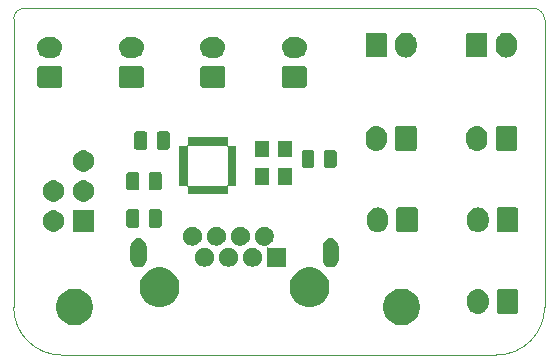
<source format=gbr>
G04 #@! TF.GenerationSoftware,KiCad,Pcbnew,(5.1.6)-1*
G04 #@! TF.CreationDate,2021-11-18T20:07:37-06:00*
G04 #@! TF.ProjectId,ControlPanelSTM32QFN28,436f6e74-726f-46c5-9061-6e656c53544d,rev?*
G04 #@! TF.SameCoordinates,Original*
G04 #@! TF.FileFunction,Soldermask,Bot*
G04 #@! TF.FilePolarity,Negative*
%FSLAX46Y46*%
G04 Gerber Fmt 4.6, Leading zero omitted, Abs format (unit mm)*
G04 Created by KiCad (PCBNEW (5.1.6)-1) date 2021-11-18 20:07:37*
%MOMM*%
%LPD*%
G01*
G04 APERTURE LIST*
G04 #@! TA.AperFunction,Profile*
%ADD10C,0.050000*%
G04 #@! TD*
%ADD11C,0.100000*%
G04 APERTURE END LIST*
D10*
X175479873Y-85389743D02*
G75*
G02*
X176439940Y-86360000I-5095J-965162D01*
G01*
X131488000Y-86296602D02*
G75*
G02*
X132389685Y-85389720I901685J5182D01*
G01*
X131488000Y-110680500D02*
X131488000Y-86296602D01*
X135552000Y-114744500D02*
G75*
G02*
X131488000Y-110680500I0J4064000D01*
G01*
X172353080Y-114744500D02*
X135552000Y-114744500D01*
X176439940Y-86360000D02*
X176450164Y-110667800D01*
X176450164Y-110670340D02*
G75*
G02*
X172353080Y-114744500I-4074224J0D01*
G01*
X175479873Y-85389743D02*
X132389685Y-85389720D01*
D11*
G36*
X150264674Y-97068873D02*
G01*
X150264674Y-97368847D01*
X149664726Y-97368847D01*
X149664726Y-97068873D01*
X150264674Y-97068873D01*
G37*
X150264674Y-97068873D02*
X150264674Y-97368847D01*
X149664726Y-97368847D01*
X149664726Y-97068873D01*
X150264674Y-97068873D01*
G36*
X150264674Y-97569253D02*
G01*
X150264674Y-97869227D01*
X149664726Y-97869227D01*
X149664726Y-97569253D01*
X150264674Y-97569253D01*
G37*
X150264674Y-97569253D02*
X150264674Y-97869227D01*
X149664726Y-97869227D01*
X149664726Y-97569253D01*
X150264674Y-97569253D01*
G36*
X150264674Y-98069633D02*
G01*
X150264674Y-98369607D01*
X149664726Y-98369607D01*
X149664726Y-98069633D01*
X150264674Y-98069633D01*
G37*
X150264674Y-98069633D02*
X150264674Y-98369607D01*
X149664726Y-98369607D01*
X149664726Y-98069633D01*
X150264674Y-98069633D01*
G36*
X150264674Y-98570013D02*
G01*
X150264674Y-98869987D01*
X149664726Y-98869987D01*
X149664726Y-98570013D01*
X150264674Y-98570013D01*
G37*
X150264674Y-98570013D02*
X150264674Y-98869987D01*
X149664726Y-98869987D01*
X149664726Y-98570013D01*
X150264674Y-98570013D01*
G36*
X150264674Y-99070393D02*
G01*
X150264674Y-99370367D01*
X149664726Y-99370367D01*
X149664726Y-99070393D01*
X150264674Y-99070393D01*
G37*
X150264674Y-99070393D02*
X150264674Y-99370367D01*
X149664726Y-99370367D01*
X149664726Y-99070393D01*
X150264674Y-99070393D01*
G36*
X150264674Y-99570773D02*
G01*
X150264674Y-99870747D01*
X149664726Y-99870747D01*
X149664726Y-99570773D01*
X150264674Y-99570773D01*
G37*
X150264674Y-99570773D02*
X150264674Y-99870747D01*
X149664726Y-99870747D01*
X149664726Y-99570773D01*
X150264674Y-99570773D01*
G36*
X150264674Y-100071153D02*
G01*
X150264674Y-100371127D01*
X149664726Y-100371127D01*
X149664726Y-100071153D01*
X150264674Y-100071153D01*
G37*
X150264674Y-100071153D02*
X150264674Y-100371127D01*
X149664726Y-100371127D01*
X149664726Y-100071153D01*
X150264674Y-100071153D01*
G36*
X149571127Y-100464726D02*
G01*
X149571127Y-101064674D01*
X149271153Y-101064674D01*
X149271153Y-100464726D01*
X149571127Y-100464726D01*
G37*
X149571127Y-100464726D02*
X149571127Y-101064674D01*
X149271153Y-101064674D01*
X149271153Y-100464726D01*
X149571127Y-100464726D01*
G36*
X149070747Y-100464726D02*
G01*
X149070747Y-101064674D01*
X148770773Y-101064674D01*
X148770773Y-100464726D01*
X149070747Y-100464726D01*
G37*
X149070747Y-100464726D02*
X149070747Y-101064674D01*
X148770773Y-101064674D01*
X148770773Y-100464726D01*
X149070747Y-100464726D01*
G36*
X148570367Y-100464726D02*
G01*
X148570367Y-101064674D01*
X148270393Y-101064674D01*
X148270393Y-100464726D01*
X148570367Y-100464726D01*
G37*
X148570367Y-100464726D02*
X148570367Y-101064674D01*
X148270393Y-101064674D01*
X148270393Y-100464726D01*
X148570367Y-100464726D01*
G36*
X148069987Y-100464726D02*
G01*
X148069987Y-101064674D01*
X147770013Y-101064674D01*
X147770013Y-100464726D01*
X148069987Y-100464726D01*
G37*
X148069987Y-100464726D02*
X148069987Y-101064674D01*
X147770013Y-101064674D01*
X147770013Y-100464726D01*
X148069987Y-100464726D01*
G36*
X147569607Y-100464726D02*
G01*
X147569607Y-101064674D01*
X147269633Y-101064674D01*
X147269633Y-100464726D01*
X147569607Y-100464726D01*
G37*
X147569607Y-100464726D02*
X147569607Y-101064674D01*
X147269633Y-101064674D01*
X147269633Y-100464726D01*
X147569607Y-100464726D01*
G36*
X147069227Y-100464726D02*
G01*
X147069227Y-101064674D01*
X146769253Y-101064674D01*
X146769253Y-100464726D01*
X147069227Y-100464726D01*
G37*
X147069227Y-100464726D02*
X147069227Y-101064674D01*
X146769253Y-101064674D01*
X146769253Y-100464726D01*
X147069227Y-100464726D01*
G36*
X146568847Y-100464726D02*
G01*
X146568847Y-101064674D01*
X146268873Y-101064674D01*
X146268873Y-100464726D01*
X146568847Y-100464726D01*
G37*
X146568847Y-100464726D02*
X146568847Y-101064674D01*
X146268873Y-101064674D01*
X146268873Y-100464726D01*
X146568847Y-100464726D01*
G36*
X146175274Y-100071153D02*
G01*
X146175274Y-100371127D01*
X145575326Y-100371127D01*
X145575326Y-100071153D01*
X146175274Y-100071153D01*
G37*
X146175274Y-100071153D02*
X146175274Y-100371127D01*
X145575326Y-100371127D01*
X145575326Y-100071153D01*
X146175274Y-100071153D01*
G36*
X146175274Y-99570773D02*
G01*
X146175274Y-99870747D01*
X145575326Y-99870747D01*
X145575326Y-99570773D01*
X146175274Y-99570773D01*
G37*
X146175274Y-99570773D02*
X146175274Y-99870747D01*
X145575326Y-99870747D01*
X145575326Y-99570773D01*
X146175274Y-99570773D01*
G36*
X146175274Y-99070393D02*
G01*
X146175274Y-99370367D01*
X145575326Y-99370367D01*
X145575326Y-99070393D01*
X146175274Y-99070393D01*
G37*
X146175274Y-99070393D02*
X146175274Y-99370367D01*
X145575326Y-99370367D01*
X145575326Y-99070393D01*
X146175274Y-99070393D01*
G36*
X146175274Y-98570013D02*
G01*
X146175274Y-98869987D01*
X145575326Y-98869987D01*
X145575326Y-98570013D01*
X146175274Y-98570013D01*
G37*
X146175274Y-98570013D02*
X146175274Y-98869987D01*
X145575326Y-98869987D01*
X145575326Y-98570013D01*
X146175274Y-98570013D01*
G36*
X146175274Y-98069633D02*
G01*
X146175274Y-98369607D01*
X145575326Y-98369607D01*
X145575326Y-98069633D01*
X146175274Y-98069633D01*
G37*
X146175274Y-98069633D02*
X146175274Y-98369607D01*
X145575326Y-98369607D01*
X145575326Y-98069633D01*
X146175274Y-98069633D01*
G36*
X146175274Y-97569253D02*
G01*
X146175274Y-97869227D01*
X145575326Y-97869227D01*
X145575326Y-97569253D01*
X146175274Y-97569253D01*
G37*
X146175274Y-97569253D02*
X146175274Y-97869227D01*
X145575326Y-97869227D01*
X145575326Y-97569253D01*
X146175274Y-97569253D01*
G36*
X146175274Y-97068873D02*
G01*
X146175274Y-97368847D01*
X145575326Y-97368847D01*
X145575326Y-97068873D01*
X146175274Y-97068873D01*
G37*
X146175274Y-97068873D02*
X146175274Y-97368847D01*
X145575326Y-97368847D01*
X145575326Y-97068873D01*
X146175274Y-97068873D01*
G36*
X146568847Y-96375326D02*
G01*
X146568847Y-96975274D01*
X146268873Y-96975274D01*
X146268873Y-96375326D01*
X146568847Y-96375326D01*
G37*
X146568847Y-96375326D02*
X146568847Y-96975274D01*
X146268873Y-96975274D01*
X146268873Y-96375326D01*
X146568847Y-96375326D01*
G36*
X147069227Y-96375326D02*
G01*
X147069227Y-96975274D01*
X146769253Y-96975274D01*
X146769253Y-96375326D01*
X147069227Y-96375326D01*
G37*
X147069227Y-96375326D02*
X147069227Y-96975274D01*
X146769253Y-96975274D01*
X146769253Y-96375326D01*
X147069227Y-96375326D01*
G36*
X147569607Y-96375326D02*
G01*
X147569607Y-96975274D01*
X147269633Y-96975274D01*
X147269633Y-96375326D01*
X147569607Y-96375326D01*
G37*
X147569607Y-96375326D02*
X147569607Y-96975274D01*
X147269633Y-96975274D01*
X147269633Y-96375326D01*
X147569607Y-96375326D01*
G36*
X148069987Y-96375326D02*
G01*
X148069987Y-96975274D01*
X147770013Y-96975274D01*
X147770013Y-96375326D01*
X148069987Y-96375326D01*
G37*
X148069987Y-96375326D02*
X148069987Y-96975274D01*
X147770013Y-96975274D01*
X147770013Y-96375326D01*
X148069987Y-96375326D01*
G36*
X148570367Y-96375326D02*
G01*
X148570367Y-96975274D01*
X148270393Y-96975274D01*
X148270393Y-96375326D01*
X148570367Y-96375326D01*
G37*
X148570367Y-96375326D02*
X148570367Y-96975274D01*
X148270393Y-96975274D01*
X148270393Y-96375326D01*
X148570367Y-96375326D01*
G36*
X149070747Y-96375326D02*
G01*
X149070747Y-96975274D01*
X148770773Y-96975274D01*
X148770773Y-96375326D01*
X149070747Y-96375326D01*
G37*
X149070747Y-96375326D02*
X149070747Y-96975274D01*
X148770773Y-96975274D01*
X148770773Y-96375326D01*
X149070747Y-96375326D01*
G36*
X149571127Y-96375326D02*
G01*
X149571127Y-96975274D01*
X149271153Y-96975274D01*
X149271153Y-96375326D01*
X149571127Y-96375326D01*
G37*
X149571127Y-96375326D02*
X149571127Y-96975274D01*
X149271153Y-96975274D01*
X149271153Y-96375326D01*
X149571127Y-96375326D01*
G36*
X164601362Y-109149000D02*
G01*
X164790410Y-109186604D01*
X165072674Y-109303521D01*
X165326705Y-109473259D01*
X165542741Y-109689295D01*
X165712479Y-109943326D01*
X165829396Y-110225590D01*
X165829396Y-110225591D01*
X165889000Y-110525239D01*
X165889000Y-110830761D01*
X165884578Y-110852990D01*
X165829396Y-111130410D01*
X165712479Y-111412674D01*
X165542741Y-111666705D01*
X165326705Y-111882741D01*
X165072674Y-112052479D01*
X164790410Y-112169396D01*
X164640585Y-112199198D01*
X164490761Y-112229000D01*
X164185239Y-112229000D01*
X164035415Y-112199198D01*
X163885590Y-112169396D01*
X163603326Y-112052479D01*
X163349295Y-111882741D01*
X163133259Y-111666705D01*
X162963521Y-111412674D01*
X162846604Y-111130410D01*
X162791422Y-110852990D01*
X162787000Y-110830761D01*
X162787000Y-110525239D01*
X162846604Y-110225591D01*
X162846604Y-110225590D01*
X162963521Y-109943326D01*
X163133259Y-109689295D01*
X163349295Y-109473259D01*
X163603326Y-109303521D01*
X163885590Y-109186604D01*
X164074638Y-109149000D01*
X164185239Y-109127000D01*
X164490761Y-109127000D01*
X164601362Y-109149000D01*
G37*
G36*
X136901362Y-109149000D02*
G01*
X137090410Y-109186604D01*
X137372674Y-109303521D01*
X137626705Y-109473259D01*
X137842741Y-109689295D01*
X138012479Y-109943326D01*
X138129396Y-110225590D01*
X138129396Y-110225591D01*
X138189000Y-110525239D01*
X138189000Y-110830761D01*
X138184578Y-110852990D01*
X138129396Y-111130410D01*
X138012479Y-111412674D01*
X137842741Y-111666705D01*
X137626705Y-111882741D01*
X137372674Y-112052479D01*
X137090410Y-112169396D01*
X136940585Y-112199198D01*
X136790761Y-112229000D01*
X136485239Y-112229000D01*
X136335415Y-112199198D01*
X136185590Y-112169396D01*
X135903326Y-112052479D01*
X135649295Y-111882741D01*
X135433259Y-111666705D01*
X135263521Y-111412674D01*
X135146604Y-111130410D01*
X135091422Y-110852990D01*
X135087000Y-110830761D01*
X135087000Y-110525239D01*
X135146604Y-110225591D01*
X135146604Y-110225590D01*
X135263521Y-109943326D01*
X135433259Y-109689295D01*
X135649295Y-109473259D01*
X135903326Y-109303521D01*
X136185590Y-109186604D01*
X136374638Y-109149000D01*
X136485239Y-109127000D01*
X136790761Y-109127000D01*
X136901362Y-109149000D01*
G37*
G36*
X170976627Y-109162037D02*
G01*
X171146466Y-109213557D01*
X171302991Y-109297222D01*
X171338729Y-109326552D01*
X171440186Y-109409814D01*
X171504260Y-109487890D01*
X171552778Y-109547009D01*
X171636443Y-109703534D01*
X171687963Y-109873374D01*
X171701000Y-110005743D01*
X171701000Y-110394258D01*
X171687963Y-110526627D01*
X171636443Y-110696466D01*
X171552778Y-110852991D01*
X171523448Y-110888729D01*
X171440186Y-110990186D01*
X171302989Y-111102779D01*
X171146467Y-111186442D01*
X171146465Y-111186443D01*
X170976626Y-111237963D01*
X170800000Y-111255359D01*
X170623373Y-111237963D01*
X170453534Y-111186443D01*
X170297009Y-111102778D01*
X170254750Y-111068097D01*
X170159814Y-110990186D01*
X170047221Y-110852989D01*
X169963558Y-110696467D01*
X169937514Y-110610612D01*
X169912037Y-110526626D01*
X169899000Y-110394257D01*
X169899000Y-110005742D01*
X169912037Y-109873373D01*
X169963557Y-109703534D01*
X170047222Y-109547009D01*
X170159815Y-109409815D01*
X170297010Y-109297222D01*
X170453535Y-109213557D01*
X170623374Y-109162037D01*
X170800000Y-109144641D01*
X170976627Y-109162037D01*
G37*
G36*
X174058600Y-109152989D02*
G01*
X174091652Y-109163015D01*
X174122103Y-109179292D01*
X174148799Y-109201201D01*
X174170708Y-109227897D01*
X174186985Y-109258348D01*
X174197011Y-109291400D01*
X174201000Y-109331903D01*
X174201000Y-111068097D01*
X174197011Y-111108600D01*
X174186985Y-111141652D01*
X174170708Y-111172103D01*
X174148799Y-111198799D01*
X174122103Y-111220708D01*
X174091652Y-111236985D01*
X174058600Y-111247011D01*
X174018097Y-111251000D01*
X172581903Y-111251000D01*
X172541400Y-111247011D01*
X172508348Y-111236985D01*
X172477897Y-111220708D01*
X172451201Y-111198799D01*
X172429292Y-111172103D01*
X172413015Y-111141652D01*
X172402989Y-111108600D01*
X172399000Y-111068097D01*
X172399000Y-109331903D01*
X172402989Y-109291400D01*
X172413015Y-109258348D01*
X172429292Y-109227897D01*
X172451201Y-109201201D01*
X172477897Y-109179292D01*
X172508348Y-109163015D01*
X172541400Y-109152989D01*
X172581903Y-109149000D01*
X174018097Y-109149000D01*
X174058600Y-109152989D01*
G37*
G36*
X157032151Y-107387428D02*
G01*
X157337163Y-107513768D01*
X157611667Y-107697186D01*
X157845114Y-107930633D01*
X158028532Y-108205137D01*
X158154872Y-108510149D01*
X158219280Y-108833948D01*
X158219280Y-109164092D01*
X158154872Y-109487891D01*
X158028532Y-109792903D01*
X157845114Y-110067407D01*
X157611667Y-110300854D01*
X157337163Y-110484272D01*
X157032151Y-110610612D01*
X156870251Y-110642816D01*
X156708353Y-110675020D01*
X156378207Y-110675020D01*
X156216309Y-110642816D01*
X156054409Y-110610612D01*
X155749397Y-110484272D01*
X155474893Y-110300854D01*
X155241446Y-110067407D01*
X155058028Y-109792903D01*
X154931688Y-109487891D01*
X154867280Y-109164092D01*
X154867280Y-108833948D01*
X154931688Y-108510149D01*
X155058028Y-108205137D01*
X155241446Y-107930633D01*
X155474893Y-107697186D01*
X155749397Y-107513768D01*
X156054409Y-107387428D01*
X156378207Y-107323020D01*
X156708353Y-107323020D01*
X157032151Y-107387428D01*
G37*
G36*
X144332151Y-107387428D02*
G01*
X144637163Y-107513768D01*
X144911667Y-107697186D01*
X145145114Y-107930633D01*
X145328532Y-108205137D01*
X145454872Y-108510149D01*
X145519280Y-108833948D01*
X145519280Y-109164092D01*
X145454872Y-109487891D01*
X145328532Y-109792903D01*
X145145114Y-110067407D01*
X144911667Y-110300854D01*
X144637163Y-110484272D01*
X144332151Y-110610612D01*
X144170251Y-110642816D01*
X144008353Y-110675020D01*
X143678207Y-110675020D01*
X143516309Y-110642816D01*
X143354409Y-110610612D01*
X143049397Y-110484272D01*
X142774893Y-110300854D01*
X142541446Y-110067407D01*
X142358028Y-109792903D01*
X142231688Y-109487891D01*
X142167280Y-109164092D01*
X142167280Y-108833948D01*
X142231688Y-108510149D01*
X142358028Y-108205137D01*
X142541446Y-107930633D01*
X142774893Y-107697186D01*
X143049397Y-107513768D01*
X143354409Y-107387428D01*
X143678207Y-107323020D01*
X144008353Y-107323020D01*
X144332151Y-107387428D01*
G37*
G36*
X142196682Y-104874916D02*
G01*
X142324955Y-104913828D01*
X142443174Y-104977017D01*
X142546794Y-105062056D01*
X142631833Y-105165676D01*
X142695022Y-105283895D01*
X142733934Y-105412168D01*
X142743780Y-105512142D01*
X142743780Y-106681998D01*
X142733934Y-106781972D01*
X142695022Y-106910245D01*
X142631833Y-107028464D01*
X142546794Y-107132083D01*
X142443172Y-107217123D01*
X142324954Y-107280312D01*
X142196681Y-107319224D01*
X142063280Y-107332362D01*
X141929878Y-107319224D01*
X141801605Y-107280312D01*
X141683386Y-107217123D01*
X141579767Y-107132084D01*
X141494727Y-107028462D01*
X141431538Y-106910244D01*
X141392626Y-106781971D01*
X141382780Y-106681997D01*
X141382781Y-105512142D01*
X141392627Y-105412168D01*
X141431539Y-105283895D01*
X141494728Y-105165676D01*
X141579767Y-105062056D01*
X141683387Y-104977017D01*
X141801606Y-104913828D01*
X141929879Y-104874916D01*
X142063280Y-104861778D01*
X142196682Y-104874916D01*
G37*
G36*
X158456682Y-104874916D02*
G01*
X158584955Y-104913828D01*
X158703174Y-104977017D01*
X158806794Y-105062056D01*
X158891833Y-105165676D01*
X158955022Y-105283895D01*
X158993934Y-105412168D01*
X159003780Y-105512142D01*
X159003780Y-106681998D01*
X158993934Y-106781972D01*
X158955022Y-106910245D01*
X158891833Y-107028464D01*
X158806794Y-107132083D01*
X158703172Y-107217123D01*
X158584954Y-107280312D01*
X158456681Y-107319224D01*
X158323280Y-107332362D01*
X158189878Y-107319224D01*
X158061605Y-107280312D01*
X157943386Y-107217123D01*
X157839767Y-107132084D01*
X157754727Y-107028462D01*
X157691538Y-106910244D01*
X157652626Y-106781971D01*
X157642780Y-106681997D01*
X157642781Y-105512142D01*
X157652627Y-105412168D01*
X157691539Y-105283895D01*
X157754728Y-105165676D01*
X157839767Y-105062056D01*
X157943387Y-104977017D01*
X158061606Y-104913828D01*
X158189879Y-104874916D01*
X158323280Y-104861778D01*
X158456682Y-104874916D01*
G37*
G36*
X147886222Y-105688801D02*
G01*
X148031994Y-105749182D01*
X148031996Y-105749183D01*
X148163188Y-105836842D01*
X148274758Y-105948412D01*
X148362417Y-106079604D01*
X148362418Y-106079606D01*
X148422799Y-106225378D01*
X148453580Y-106380127D01*
X148453580Y-106537913D01*
X148422799Y-106692662D01*
X148385806Y-106781970D01*
X148362417Y-106838436D01*
X148274758Y-106969628D01*
X148163188Y-107081198D01*
X148031996Y-107168857D01*
X148031995Y-107168858D01*
X148031994Y-107168858D01*
X147886222Y-107229239D01*
X147731473Y-107260020D01*
X147573687Y-107260020D01*
X147418938Y-107229239D01*
X147273166Y-107168858D01*
X147273165Y-107168858D01*
X147273164Y-107168857D01*
X147141972Y-107081198D01*
X147030402Y-106969628D01*
X146942743Y-106838436D01*
X146919354Y-106781970D01*
X146882361Y-106692662D01*
X146851580Y-106537913D01*
X146851580Y-106380127D01*
X146882361Y-106225378D01*
X146942742Y-106079606D01*
X146942743Y-106079604D01*
X147030402Y-105948412D01*
X147141972Y-105836842D01*
X147273164Y-105749183D01*
X147273166Y-105749182D01*
X147418938Y-105688801D01*
X147573687Y-105658020D01*
X147731473Y-105658020D01*
X147886222Y-105688801D01*
G37*
G36*
X152956222Y-103908801D02*
G01*
X153101994Y-103969182D01*
X153101996Y-103969183D01*
X153233188Y-104056842D01*
X153344758Y-104168412D01*
X153423623Y-104286443D01*
X153432418Y-104299606D01*
X153492799Y-104445378D01*
X153523580Y-104600127D01*
X153523580Y-104757913D01*
X153492799Y-104912662D01*
X153432418Y-105058434D01*
X153432417Y-105058436D01*
X153344758Y-105189628D01*
X153233188Y-105301198D01*
X153101996Y-105388857D01*
X153101995Y-105388858D01*
X153101994Y-105388858D01*
X153032757Y-105417537D01*
X153011146Y-105429088D01*
X152992204Y-105444633D01*
X152976659Y-105463575D01*
X152965108Y-105485186D01*
X152957995Y-105508635D01*
X152955593Y-105533021D01*
X152957995Y-105557407D01*
X152965108Y-105580856D01*
X152976659Y-105602467D01*
X152992204Y-105621409D01*
X153011146Y-105636954D01*
X153032757Y-105648505D01*
X153056206Y-105655618D01*
X153080592Y-105658020D01*
X154543580Y-105658020D01*
X154543580Y-107260020D01*
X152941580Y-107260020D01*
X152941580Y-105604462D01*
X152939178Y-105580076D01*
X152932065Y-105556627D01*
X152920514Y-105535016D01*
X152904969Y-105516074D01*
X152886027Y-105500529D01*
X152864416Y-105488978D01*
X152840967Y-105481865D01*
X152816581Y-105479463D01*
X152810931Y-105480020D01*
X152643687Y-105480020D01*
X152488938Y-105449239D01*
X152343166Y-105388858D01*
X152343165Y-105388858D01*
X152343164Y-105388857D01*
X152211972Y-105301198D01*
X152100402Y-105189628D01*
X152012743Y-105058436D01*
X152012742Y-105058434D01*
X151952361Y-104912662D01*
X151921580Y-104757913D01*
X151921580Y-104600127D01*
X151952361Y-104445378D01*
X152012742Y-104299606D01*
X152021537Y-104286443D01*
X152100402Y-104168412D01*
X152211972Y-104056842D01*
X152343164Y-103969183D01*
X152343166Y-103969182D01*
X152488938Y-103908801D01*
X152643687Y-103878020D01*
X152801473Y-103878020D01*
X152956222Y-103908801D01*
G37*
G36*
X151946222Y-105688801D02*
G01*
X152091994Y-105749182D01*
X152091996Y-105749183D01*
X152223188Y-105836842D01*
X152334758Y-105948412D01*
X152422417Y-106079604D01*
X152422418Y-106079606D01*
X152482799Y-106225378D01*
X152513580Y-106380127D01*
X152513580Y-106537913D01*
X152482799Y-106692662D01*
X152445806Y-106781970D01*
X152422417Y-106838436D01*
X152334758Y-106969628D01*
X152223188Y-107081198D01*
X152091996Y-107168857D01*
X152091995Y-107168858D01*
X152091994Y-107168858D01*
X151946222Y-107229239D01*
X151791473Y-107260020D01*
X151633687Y-107260020D01*
X151478938Y-107229239D01*
X151333166Y-107168858D01*
X151333165Y-107168858D01*
X151333164Y-107168857D01*
X151201972Y-107081198D01*
X151090402Y-106969628D01*
X151002743Y-106838436D01*
X150979354Y-106781970D01*
X150942361Y-106692662D01*
X150911580Y-106537913D01*
X150911580Y-106380127D01*
X150942361Y-106225378D01*
X151002742Y-106079606D01*
X151002743Y-106079604D01*
X151090402Y-105948412D01*
X151201972Y-105836842D01*
X151333164Y-105749183D01*
X151333166Y-105749182D01*
X151478938Y-105688801D01*
X151633687Y-105658020D01*
X151791473Y-105658020D01*
X151946222Y-105688801D01*
G37*
G36*
X149916222Y-105688801D02*
G01*
X150061994Y-105749182D01*
X150061996Y-105749183D01*
X150193188Y-105836842D01*
X150304758Y-105948412D01*
X150392417Y-106079604D01*
X150392418Y-106079606D01*
X150452799Y-106225378D01*
X150483580Y-106380127D01*
X150483580Y-106537913D01*
X150452799Y-106692662D01*
X150415806Y-106781970D01*
X150392417Y-106838436D01*
X150304758Y-106969628D01*
X150193188Y-107081198D01*
X150061996Y-107168857D01*
X150061995Y-107168858D01*
X150061994Y-107168858D01*
X149916222Y-107229239D01*
X149761473Y-107260020D01*
X149603687Y-107260020D01*
X149448938Y-107229239D01*
X149303166Y-107168858D01*
X149303165Y-107168858D01*
X149303164Y-107168857D01*
X149171972Y-107081198D01*
X149060402Y-106969628D01*
X148972743Y-106838436D01*
X148949354Y-106781970D01*
X148912361Y-106692662D01*
X148881580Y-106537913D01*
X148881580Y-106380127D01*
X148912361Y-106225378D01*
X148972742Y-106079606D01*
X148972743Y-106079604D01*
X149060402Y-105948412D01*
X149171972Y-105836842D01*
X149303164Y-105749183D01*
X149303166Y-105749182D01*
X149448938Y-105688801D01*
X149603687Y-105658020D01*
X149761473Y-105658020D01*
X149916222Y-105688801D01*
G37*
G36*
X146866222Y-103908801D02*
G01*
X147011994Y-103969182D01*
X147011996Y-103969183D01*
X147143188Y-104056842D01*
X147254758Y-104168412D01*
X147333623Y-104286443D01*
X147342418Y-104299606D01*
X147402799Y-104445378D01*
X147433580Y-104600127D01*
X147433580Y-104757913D01*
X147402799Y-104912662D01*
X147342418Y-105058434D01*
X147342417Y-105058436D01*
X147254758Y-105189628D01*
X147143188Y-105301198D01*
X147011996Y-105388857D01*
X147011995Y-105388858D01*
X147011994Y-105388858D01*
X146866222Y-105449239D01*
X146711473Y-105480020D01*
X146553687Y-105480020D01*
X146398938Y-105449239D01*
X146253166Y-105388858D01*
X146253165Y-105388858D01*
X146253164Y-105388857D01*
X146121972Y-105301198D01*
X146010402Y-105189628D01*
X145922743Y-105058436D01*
X145922742Y-105058434D01*
X145862361Y-104912662D01*
X145831580Y-104757913D01*
X145831580Y-104600127D01*
X145862361Y-104445378D01*
X145922742Y-104299606D01*
X145931537Y-104286443D01*
X146010402Y-104168412D01*
X146121972Y-104056842D01*
X146253164Y-103969183D01*
X146253166Y-103969182D01*
X146398938Y-103908801D01*
X146553687Y-103878020D01*
X146711473Y-103878020D01*
X146866222Y-103908801D01*
G37*
G36*
X148896222Y-103908801D02*
G01*
X149041994Y-103969182D01*
X149041996Y-103969183D01*
X149173188Y-104056842D01*
X149284758Y-104168412D01*
X149363623Y-104286443D01*
X149372418Y-104299606D01*
X149432799Y-104445378D01*
X149463580Y-104600127D01*
X149463580Y-104757913D01*
X149432799Y-104912662D01*
X149372418Y-105058434D01*
X149372417Y-105058436D01*
X149284758Y-105189628D01*
X149173188Y-105301198D01*
X149041996Y-105388857D01*
X149041995Y-105388858D01*
X149041994Y-105388858D01*
X148896222Y-105449239D01*
X148741473Y-105480020D01*
X148583687Y-105480020D01*
X148428938Y-105449239D01*
X148283166Y-105388858D01*
X148283165Y-105388858D01*
X148283164Y-105388857D01*
X148151972Y-105301198D01*
X148040402Y-105189628D01*
X147952743Y-105058436D01*
X147952742Y-105058434D01*
X147892361Y-104912662D01*
X147861580Y-104757913D01*
X147861580Y-104600127D01*
X147892361Y-104445378D01*
X147952742Y-104299606D01*
X147961537Y-104286443D01*
X148040402Y-104168412D01*
X148151972Y-104056842D01*
X148283164Y-103969183D01*
X148283166Y-103969182D01*
X148428938Y-103908801D01*
X148583687Y-103878020D01*
X148741473Y-103878020D01*
X148896222Y-103908801D01*
G37*
G36*
X150926222Y-103908801D02*
G01*
X151071994Y-103969182D01*
X151071996Y-103969183D01*
X151203188Y-104056842D01*
X151314758Y-104168412D01*
X151393623Y-104286443D01*
X151402418Y-104299606D01*
X151462799Y-104445378D01*
X151493580Y-104600127D01*
X151493580Y-104757913D01*
X151462799Y-104912662D01*
X151402418Y-105058434D01*
X151402417Y-105058436D01*
X151314758Y-105189628D01*
X151203188Y-105301198D01*
X151071996Y-105388857D01*
X151071995Y-105388858D01*
X151071994Y-105388858D01*
X150926222Y-105449239D01*
X150771473Y-105480020D01*
X150613687Y-105480020D01*
X150458938Y-105449239D01*
X150313166Y-105388858D01*
X150313165Y-105388858D01*
X150313164Y-105388857D01*
X150181972Y-105301198D01*
X150070402Y-105189628D01*
X149982743Y-105058436D01*
X149982742Y-105058434D01*
X149922361Y-104912662D01*
X149891580Y-104757913D01*
X149891580Y-104600127D01*
X149922361Y-104445378D01*
X149982742Y-104299606D01*
X149991537Y-104286443D01*
X150070402Y-104168412D01*
X150181972Y-104056842D01*
X150313164Y-103969183D01*
X150313166Y-103969182D01*
X150458938Y-103908801D01*
X150613687Y-103878020D01*
X150771473Y-103878020D01*
X150926222Y-103908801D01*
G37*
G36*
X170976627Y-102262037D02*
G01*
X171146466Y-102313557D01*
X171302991Y-102397222D01*
X171331689Y-102420774D01*
X171440186Y-102509814D01*
X171494146Y-102575566D01*
X171552778Y-102647009D01*
X171636443Y-102803534D01*
X171687963Y-102973374D01*
X171701000Y-103105743D01*
X171701000Y-103494258D01*
X171687963Y-103626627D01*
X171636443Y-103796466D01*
X171552778Y-103952991D01*
X171523448Y-103988729D01*
X171440186Y-104090186D01*
X171302989Y-104202779D01*
X171146467Y-104286442D01*
X171146465Y-104286443D01*
X170976626Y-104337963D01*
X170800000Y-104355359D01*
X170623373Y-104337963D01*
X170453534Y-104286443D01*
X170297009Y-104202778D01*
X170254750Y-104168097D01*
X170159814Y-104090186D01*
X170047221Y-103952989D01*
X169963558Y-103796467D01*
X169960361Y-103785929D01*
X169912037Y-103626626D01*
X169899000Y-103494257D01*
X169899000Y-103105742D01*
X169912037Y-102973373D01*
X169963557Y-102803534D01*
X170047222Y-102647009D01*
X170159815Y-102509815D01*
X170297010Y-102397222D01*
X170453535Y-102313557D01*
X170623374Y-102262037D01*
X170800000Y-102244641D01*
X170976627Y-102262037D01*
G37*
G36*
X162476627Y-102262037D02*
G01*
X162646466Y-102313557D01*
X162802991Y-102397222D01*
X162831689Y-102420774D01*
X162940186Y-102509814D01*
X162994146Y-102575566D01*
X163052778Y-102647009D01*
X163136443Y-102803534D01*
X163187963Y-102973374D01*
X163201000Y-103105743D01*
X163201000Y-103494258D01*
X163187963Y-103626627D01*
X163136443Y-103796466D01*
X163052778Y-103952991D01*
X163023448Y-103988729D01*
X162940186Y-104090186D01*
X162802989Y-104202779D01*
X162646467Y-104286442D01*
X162646465Y-104286443D01*
X162476626Y-104337963D01*
X162300000Y-104355359D01*
X162123373Y-104337963D01*
X161953534Y-104286443D01*
X161797009Y-104202778D01*
X161754750Y-104168097D01*
X161659814Y-104090186D01*
X161547221Y-103952989D01*
X161463558Y-103796467D01*
X161460361Y-103785929D01*
X161412037Y-103626626D01*
X161399000Y-103494257D01*
X161399000Y-103105742D01*
X161412037Y-102973373D01*
X161463557Y-102803534D01*
X161547222Y-102647009D01*
X161659815Y-102509815D01*
X161797010Y-102397222D01*
X161953535Y-102313557D01*
X162123374Y-102262037D01*
X162300000Y-102244641D01*
X162476627Y-102262037D01*
G37*
G36*
X174058600Y-102252989D02*
G01*
X174091652Y-102263015D01*
X174122103Y-102279292D01*
X174148799Y-102301201D01*
X174170708Y-102327897D01*
X174186985Y-102358348D01*
X174197011Y-102391400D01*
X174201000Y-102431903D01*
X174201000Y-104168097D01*
X174197011Y-104208600D01*
X174186985Y-104241652D01*
X174170708Y-104272103D01*
X174148799Y-104298799D01*
X174122103Y-104320708D01*
X174091652Y-104336985D01*
X174058600Y-104347011D01*
X174018097Y-104351000D01*
X172581903Y-104351000D01*
X172541400Y-104347011D01*
X172508348Y-104336985D01*
X172477897Y-104320708D01*
X172451201Y-104298799D01*
X172429292Y-104272103D01*
X172413015Y-104241652D01*
X172402989Y-104208600D01*
X172399000Y-104168097D01*
X172399000Y-102431903D01*
X172402989Y-102391400D01*
X172413015Y-102358348D01*
X172429292Y-102327897D01*
X172451201Y-102301201D01*
X172477897Y-102279292D01*
X172508348Y-102263015D01*
X172541400Y-102252989D01*
X172581903Y-102249000D01*
X174018097Y-102249000D01*
X174058600Y-102252989D01*
G37*
G36*
X165558600Y-102252989D02*
G01*
X165591652Y-102263015D01*
X165622103Y-102279292D01*
X165648799Y-102301201D01*
X165670708Y-102327897D01*
X165686985Y-102358348D01*
X165697011Y-102391400D01*
X165701000Y-102431903D01*
X165701000Y-104168097D01*
X165697011Y-104208600D01*
X165686985Y-104241652D01*
X165670708Y-104272103D01*
X165648799Y-104298799D01*
X165622103Y-104320708D01*
X165591652Y-104336985D01*
X165558600Y-104347011D01*
X165518097Y-104351000D01*
X164081903Y-104351000D01*
X164041400Y-104347011D01*
X164008348Y-104336985D01*
X163977897Y-104320708D01*
X163951201Y-104298799D01*
X163929292Y-104272103D01*
X163913015Y-104241652D01*
X163902989Y-104208600D01*
X163899000Y-104168097D01*
X163899000Y-102431903D01*
X163902989Y-102391400D01*
X163913015Y-102358348D01*
X163929292Y-102327897D01*
X163951201Y-102301201D01*
X163977897Y-102279292D01*
X164008348Y-102263015D01*
X164041400Y-102252989D01*
X164081903Y-102249000D01*
X165518097Y-102249000D01*
X165558600Y-102252989D01*
G37*
G36*
X134973512Y-102503927D02*
G01*
X135122812Y-102533624D01*
X135286784Y-102601544D01*
X135434354Y-102700147D01*
X135559853Y-102825646D01*
X135658456Y-102973216D01*
X135726376Y-103137188D01*
X135756073Y-103286488D01*
X135761000Y-103311258D01*
X135761000Y-103488742D01*
X135759902Y-103494260D01*
X135726376Y-103662812D01*
X135658456Y-103826784D01*
X135559853Y-103974354D01*
X135434354Y-104099853D01*
X135286784Y-104198456D01*
X135122812Y-104266376D01*
X134973512Y-104296073D01*
X134948742Y-104301000D01*
X134771258Y-104301000D01*
X134746488Y-104296073D01*
X134597188Y-104266376D01*
X134433216Y-104198456D01*
X134285646Y-104099853D01*
X134160147Y-103974354D01*
X134061544Y-103826784D01*
X133993624Y-103662812D01*
X133960098Y-103494260D01*
X133959000Y-103488742D01*
X133959000Y-103311258D01*
X133963927Y-103286488D01*
X133993624Y-103137188D01*
X134061544Y-102973216D01*
X134160147Y-102825646D01*
X134285646Y-102700147D01*
X134433216Y-102601544D01*
X134597188Y-102533624D01*
X134746488Y-102503927D01*
X134771258Y-102499000D01*
X134948742Y-102499000D01*
X134973512Y-102503927D01*
G37*
G36*
X138301000Y-104301000D02*
G01*
X136499000Y-104301000D01*
X136499000Y-102499000D01*
X138301000Y-102499000D01*
X138301000Y-104301000D01*
G37*
G36*
X141969434Y-102408686D02*
G01*
X142009284Y-102420774D01*
X142045999Y-102440399D01*
X142078186Y-102466814D01*
X142104601Y-102499001D01*
X142124226Y-102535716D01*
X142136314Y-102575566D01*
X142141000Y-102623141D01*
X142141000Y-103736859D01*
X142136314Y-103784434D01*
X142124226Y-103824284D01*
X142104601Y-103860999D01*
X142078186Y-103893186D01*
X142045999Y-103919601D01*
X142009284Y-103939226D01*
X141969434Y-103951314D01*
X141921859Y-103956000D01*
X141258141Y-103956000D01*
X141210566Y-103951314D01*
X141170716Y-103939226D01*
X141134001Y-103919601D01*
X141101814Y-103893186D01*
X141075399Y-103860999D01*
X141055774Y-103824284D01*
X141043686Y-103784434D01*
X141039000Y-103736859D01*
X141039000Y-102623141D01*
X141043686Y-102575566D01*
X141055774Y-102535716D01*
X141075399Y-102499001D01*
X141101814Y-102466814D01*
X141134001Y-102440399D01*
X141170716Y-102420774D01*
X141210566Y-102408686D01*
X141258141Y-102404000D01*
X141921859Y-102404000D01*
X141969434Y-102408686D01*
G37*
G36*
X143869434Y-102408686D02*
G01*
X143909284Y-102420774D01*
X143945999Y-102440399D01*
X143978186Y-102466814D01*
X144004601Y-102499001D01*
X144024226Y-102535716D01*
X144036314Y-102575566D01*
X144041000Y-102623141D01*
X144041000Y-103736859D01*
X144036314Y-103784434D01*
X144024226Y-103824284D01*
X144004601Y-103860999D01*
X143978186Y-103893186D01*
X143945999Y-103919601D01*
X143909284Y-103939226D01*
X143869434Y-103951314D01*
X143821859Y-103956000D01*
X143158141Y-103956000D01*
X143110566Y-103951314D01*
X143070716Y-103939226D01*
X143034001Y-103919601D01*
X143001814Y-103893186D01*
X142975399Y-103860999D01*
X142955774Y-103824284D01*
X142943686Y-103784434D01*
X142939000Y-103736859D01*
X142939000Y-102623141D01*
X142943686Y-102575566D01*
X142955774Y-102535716D01*
X142975399Y-102499001D01*
X143001814Y-102466814D01*
X143034001Y-102440399D01*
X143070716Y-102420774D01*
X143110566Y-102408686D01*
X143158141Y-102404000D01*
X143821859Y-102404000D01*
X143869434Y-102408686D01*
G37*
G36*
X134973512Y-99963927D02*
G01*
X135122812Y-99993624D01*
X135286784Y-100061544D01*
X135434354Y-100160147D01*
X135559853Y-100285646D01*
X135658456Y-100433216D01*
X135726376Y-100597188D01*
X135761000Y-100771259D01*
X135761000Y-100948741D01*
X135726376Y-101122812D01*
X135658456Y-101286784D01*
X135559853Y-101434354D01*
X135434354Y-101559853D01*
X135286784Y-101658456D01*
X135122812Y-101726376D01*
X134973512Y-101756073D01*
X134948742Y-101761000D01*
X134771258Y-101761000D01*
X134746488Y-101756073D01*
X134597188Y-101726376D01*
X134433216Y-101658456D01*
X134285646Y-101559853D01*
X134160147Y-101434354D01*
X134061544Y-101286784D01*
X133993624Y-101122812D01*
X133959000Y-100948741D01*
X133959000Y-100771259D01*
X133993624Y-100597188D01*
X134061544Y-100433216D01*
X134160147Y-100285646D01*
X134285646Y-100160147D01*
X134433216Y-100061544D01*
X134597188Y-99993624D01*
X134746488Y-99963927D01*
X134771258Y-99959000D01*
X134948742Y-99959000D01*
X134973512Y-99963927D01*
G37*
G36*
X137513512Y-99963927D02*
G01*
X137662812Y-99993624D01*
X137826784Y-100061544D01*
X137974354Y-100160147D01*
X138099853Y-100285646D01*
X138198456Y-100433216D01*
X138266376Y-100597188D01*
X138301000Y-100771259D01*
X138301000Y-100948741D01*
X138266376Y-101122812D01*
X138198456Y-101286784D01*
X138099853Y-101434354D01*
X137974354Y-101559853D01*
X137826784Y-101658456D01*
X137662812Y-101726376D01*
X137513512Y-101756073D01*
X137488742Y-101761000D01*
X137311258Y-101761000D01*
X137286488Y-101756073D01*
X137137188Y-101726376D01*
X136973216Y-101658456D01*
X136825646Y-101559853D01*
X136700147Y-101434354D01*
X136601544Y-101286784D01*
X136533624Y-101122812D01*
X136499000Y-100948741D01*
X136499000Y-100771259D01*
X136533624Y-100597188D01*
X136601544Y-100433216D01*
X136700147Y-100285646D01*
X136825646Y-100160147D01*
X136973216Y-100061544D01*
X137137188Y-99993624D01*
X137286488Y-99963927D01*
X137311258Y-99959000D01*
X137488742Y-99959000D01*
X137513512Y-99963927D01*
G37*
G36*
X149622127Y-96892874D02*
G01*
X149624529Y-96917260D01*
X149631642Y-96940709D01*
X149643193Y-96962320D01*
X149658738Y-96981262D01*
X149677680Y-96996807D01*
X149699291Y-97008358D01*
X149722740Y-97015471D01*
X149747126Y-97017873D01*
X150315674Y-97017873D01*
X150315674Y-100422127D01*
X149747126Y-100422127D01*
X149722740Y-100424529D01*
X149699291Y-100431642D01*
X149677680Y-100443193D01*
X149658738Y-100458738D01*
X149643193Y-100477680D01*
X149631642Y-100499291D01*
X149624529Y-100522740D01*
X149622127Y-100547126D01*
X149622127Y-101115674D01*
X146217873Y-101115674D01*
X146217873Y-100547126D01*
X146215471Y-100522740D01*
X146208358Y-100499291D01*
X146196807Y-100477680D01*
X146181262Y-100458738D01*
X146162320Y-100443193D01*
X146140709Y-100431642D01*
X146117260Y-100424529D01*
X146092874Y-100422127D01*
X145524326Y-100422127D01*
X145524326Y-97151273D01*
X146226274Y-97151273D01*
X146226274Y-100288727D01*
X146228676Y-100313113D01*
X146235789Y-100336562D01*
X146247340Y-100358173D01*
X146262885Y-100377115D01*
X146281827Y-100392660D01*
X146303438Y-100404211D01*
X146326887Y-100411324D01*
X146351273Y-100413726D01*
X149488727Y-100413726D01*
X149513113Y-100411324D01*
X149536562Y-100404211D01*
X149558173Y-100392660D01*
X149577115Y-100377115D01*
X149592660Y-100358173D01*
X149604211Y-100336562D01*
X149611324Y-100313113D01*
X149613726Y-100288727D01*
X149613726Y-97151273D01*
X149611324Y-97126887D01*
X149604211Y-97103438D01*
X149592660Y-97081827D01*
X149577115Y-97062885D01*
X149558173Y-97047340D01*
X149536562Y-97035789D01*
X149513113Y-97028676D01*
X149488727Y-97026274D01*
X146351273Y-97026274D01*
X146326887Y-97028676D01*
X146303438Y-97035789D01*
X146281827Y-97047340D01*
X146262885Y-97062885D01*
X146247340Y-97081827D01*
X146235789Y-97103438D01*
X146228676Y-97126887D01*
X146226274Y-97151273D01*
X145524326Y-97151273D01*
X145524326Y-97017873D01*
X146092874Y-97017873D01*
X146117260Y-97015471D01*
X146140709Y-97008358D01*
X146162320Y-96996807D01*
X146181262Y-96981262D01*
X146196807Y-96962320D01*
X146208358Y-96940709D01*
X146215471Y-96917260D01*
X146217873Y-96892874D01*
X146217873Y-96324326D01*
X149622127Y-96324326D01*
X149622127Y-96892874D01*
G37*
G36*
X143869434Y-99258686D02*
G01*
X143909284Y-99270774D01*
X143945999Y-99290399D01*
X143978186Y-99316814D01*
X144004601Y-99349001D01*
X144024226Y-99385716D01*
X144036314Y-99425566D01*
X144041000Y-99473141D01*
X144041000Y-100586859D01*
X144036314Y-100634434D01*
X144024226Y-100674284D01*
X144004601Y-100710999D01*
X143978186Y-100743186D01*
X143945999Y-100769601D01*
X143909284Y-100789226D01*
X143869434Y-100801314D01*
X143821859Y-100806000D01*
X143158141Y-100806000D01*
X143110566Y-100801314D01*
X143070716Y-100789226D01*
X143034001Y-100769601D01*
X143001814Y-100743186D01*
X142975399Y-100710999D01*
X142955774Y-100674284D01*
X142943686Y-100634434D01*
X142939000Y-100586859D01*
X142939000Y-99473141D01*
X142943686Y-99425566D01*
X142955774Y-99385716D01*
X142975399Y-99349001D01*
X143001814Y-99316814D01*
X143034001Y-99290399D01*
X143070716Y-99270774D01*
X143110566Y-99258686D01*
X143158141Y-99254000D01*
X143821859Y-99254000D01*
X143869434Y-99258686D01*
G37*
G36*
X141969434Y-99258686D02*
G01*
X142009284Y-99270774D01*
X142045999Y-99290399D01*
X142078186Y-99316814D01*
X142104601Y-99349001D01*
X142124226Y-99385716D01*
X142136314Y-99425566D01*
X142141000Y-99473141D01*
X142141000Y-100586859D01*
X142136314Y-100634434D01*
X142124226Y-100674284D01*
X142104601Y-100710999D01*
X142078186Y-100743186D01*
X142045999Y-100769601D01*
X142009284Y-100789226D01*
X141969434Y-100801314D01*
X141921859Y-100806000D01*
X141258141Y-100806000D01*
X141210566Y-100801314D01*
X141170716Y-100789226D01*
X141134001Y-100769601D01*
X141101814Y-100743186D01*
X141075399Y-100710999D01*
X141055774Y-100674284D01*
X141043686Y-100634434D01*
X141039000Y-100586859D01*
X141039000Y-99473141D01*
X141043686Y-99425566D01*
X141055774Y-99385716D01*
X141075399Y-99349001D01*
X141101814Y-99316814D01*
X141134001Y-99290399D01*
X141170716Y-99270774D01*
X141210566Y-99258686D01*
X141258141Y-99254000D01*
X141921859Y-99254000D01*
X141969434Y-99258686D01*
G37*
G36*
X153151000Y-100311000D02*
G01*
X151949000Y-100311000D01*
X151949000Y-98909000D01*
X153151000Y-98909000D01*
X153151000Y-100311000D01*
G37*
G36*
X155051000Y-100311000D02*
G01*
X153849000Y-100311000D01*
X153849000Y-98909000D01*
X155051000Y-98909000D01*
X155051000Y-100311000D01*
G37*
G36*
X137513512Y-97423927D02*
G01*
X137662812Y-97453624D01*
X137826784Y-97521544D01*
X137974354Y-97620147D01*
X138099853Y-97745646D01*
X138198456Y-97893216D01*
X138266376Y-98057188D01*
X138301000Y-98231259D01*
X138301000Y-98408741D01*
X138266376Y-98582812D01*
X138198456Y-98746784D01*
X138099853Y-98894354D01*
X137974354Y-99019853D01*
X137826784Y-99118456D01*
X137662812Y-99186376D01*
X137513512Y-99216073D01*
X137488742Y-99221000D01*
X137311258Y-99221000D01*
X137286488Y-99216073D01*
X137137188Y-99186376D01*
X136973216Y-99118456D01*
X136825646Y-99019853D01*
X136700147Y-98894354D01*
X136601544Y-98746784D01*
X136533624Y-98582812D01*
X136499000Y-98408741D01*
X136499000Y-98231259D01*
X136533624Y-98057188D01*
X136601544Y-97893216D01*
X136700147Y-97745646D01*
X136825646Y-97620147D01*
X136973216Y-97521544D01*
X137137188Y-97453624D01*
X137286488Y-97423927D01*
X137311258Y-97419000D01*
X137488742Y-97419000D01*
X137513512Y-97423927D01*
G37*
G36*
X156786968Y-97383565D02*
G01*
X156825638Y-97395296D01*
X156861277Y-97414346D01*
X156892517Y-97439983D01*
X156918154Y-97471223D01*
X156937204Y-97506862D01*
X156948935Y-97545532D01*
X156953500Y-97591888D01*
X156953500Y-98668112D01*
X156948935Y-98714468D01*
X156937204Y-98753138D01*
X156918154Y-98788777D01*
X156892517Y-98820017D01*
X156861277Y-98845654D01*
X156825638Y-98864704D01*
X156786968Y-98876435D01*
X156740612Y-98881000D01*
X156089388Y-98881000D01*
X156043032Y-98876435D01*
X156004362Y-98864704D01*
X155968723Y-98845654D01*
X155937483Y-98820017D01*
X155911846Y-98788777D01*
X155892796Y-98753138D01*
X155881065Y-98714468D01*
X155876500Y-98668112D01*
X155876500Y-97591888D01*
X155881065Y-97545532D01*
X155892796Y-97506862D01*
X155911846Y-97471223D01*
X155937483Y-97439983D01*
X155968723Y-97414346D01*
X156004362Y-97395296D01*
X156043032Y-97383565D01*
X156089388Y-97379000D01*
X156740612Y-97379000D01*
X156786968Y-97383565D01*
G37*
G36*
X158661968Y-97383565D02*
G01*
X158700638Y-97395296D01*
X158736277Y-97414346D01*
X158767517Y-97439983D01*
X158793154Y-97471223D01*
X158812204Y-97506862D01*
X158823935Y-97545532D01*
X158828500Y-97591888D01*
X158828500Y-98668112D01*
X158823935Y-98714468D01*
X158812204Y-98753138D01*
X158793154Y-98788777D01*
X158767517Y-98820017D01*
X158736277Y-98845654D01*
X158700638Y-98864704D01*
X158661968Y-98876435D01*
X158615612Y-98881000D01*
X157964388Y-98881000D01*
X157918032Y-98876435D01*
X157879362Y-98864704D01*
X157843723Y-98845654D01*
X157812483Y-98820017D01*
X157786846Y-98788777D01*
X157767796Y-98753138D01*
X157756065Y-98714468D01*
X157751500Y-98668112D01*
X157751500Y-97591888D01*
X157756065Y-97545532D01*
X157767796Y-97506862D01*
X157786846Y-97471223D01*
X157812483Y-97439983D01*
X157843723Y-97414346D01*
X157879362Y-97395296D01*
X157918032Y-97383565D01*
X157964388Y-97379000D01*
X158615612Y-97379000D01*
X158661968Y-97383565D01*
G37*
G36*
X155051000Y-98011000D02*
G01*
X153849000Y-98011000D01*
X153849000Y-96609000D01*
X155051000Y-96609000D01*
X155051000Y-98011000D01*
G37*
G36*
X153151000Y-98011000D02*
G01*
X151949000Y-98011000D01*
X151949000Y-96609000D01*
X153151000Y-96609000D01*
X153151000Y-98011000D01*
G37*
G36*
X170876627Y-95362037D02*
G01*
X171046466Y-95413557D01*
X171202991Y-95497222D01*
X171238729Y-95526552D01*
X171340186Y-95609814D01*
X171423448Y-95711271D01*
X171452778Y-95747009D01*
X171536443Y-95903534D01*
X171587963Y-96073374D01*
X171601000Y-96205743D01*
X171601000Y-96594258D01*
X171587963Y-96726627D01*
X171536443Y-96896466D01*
X171452778Y-97052991D01*
X171444658Y-97062885D01*
X171340186Y-97190186D01*
X171202989Y-97302779D01*
X171060390Y-97379000D01*
X171046465Y-97386443D01*
X170876626Y-97437963D01*
X170700000Y-97455359D01*
X170523373Y-97437963D01*
X170353534Y-97386443D01*
X170197009Y-97302778D01*
X170154750Y-97268097D01*
X170059814Y-97190186D01*
X169947221Y-97052989D01*
X169863558Y-96896467D01*
X169862468Y-96892874D01*
X169812037Y-96726626D01*
X169799000Y-96594257D01*
X169799000Y-96205742D01*
X169812037Y-96073373D01*
X169863557Y-95903534D01*
X169947222Y-95747009D01*
X170059815Y-95609815D01*
X170197010Y-95497222D01*
X170353535Y-95413557D01*
X170523374Y-95362037D01*
X170700000Y-95344641D01*
X170876627Y-95362037D01*
G37*
G36*
X162376627Y-95362037D02*
G01*
X162546466Y-95413557D01*
X162702991Y-95497222D01*
X162738729Y-95526552D01*
X162840186Y-95609814D01*
X162923448Y-95711271D01*
X162952778Y-95747009D01*
X163036443Y-95903534D01*
X163087963Y-96073374D01*
X163101000Y-96205743D01*
X163101000Y-96594258D01*
X163087963Y-96726627D01*
X163036443Y-96896466D01*
X162952778Y-97052991D01*
X162944658Y-97062885D01*
X162840186Y-97190186D01*
X162702989Y-97302779D01*
X162560390Y-97379000D01*
X162546465Y-97386443D01*
X162376626Y-97437963D01*
X162200000Y-97455359D01*
X162023373Y-97437963D01*
X161853534Y-97386443D01*
X161697009Y-97302778D01*
X161654750Y-97268097D01*
X161559814Y-97190186D01*
X161447221Y-97052989D01*
X161363558Y-96896467D01*
X161362468Y-96892874D01*
X161312037Y-96726626D01*
X161299000Y-96594257D01*
X161299000Y-96205742D01*
X161312037Y-96073373D01*
X161363557Y-95903534D01*
X161447222Y-95747009D01*
X161559815Y-95609815D01*
X161697010Y-95497222D01*
X161853535Y-95413557D01*
X162023374Y-95362037D01*
X162200000Y-95344641D01*
X162376627Y-95362037D01*
G37*
G36*
X173958600Y-95352989D02*
G01*
X173991652Y-95363015D01*
X174022103Y-95379292D01*
X174048799Y-95401201D01*
X174070708Y-95427897D01*
X174086985Y-95458348D01*
X174097011Y-95491400D01*
X174101000Y-95531903D01*
X174101000Y-97268097D01*
X174097011Y-97308600D01*
X174086985Y-97341652D01*
X174070708Y-97372103D01*
X174048799Y-97398799D01*
X174022103Y-97420708D01*
X173991652Y-97436985D01*
X173958600Y-97447011D01*
X173918097Y-97451000D01*
X172481903Y-97451000D01*
X172441400Y-97447011D01*
X172408348Y-97436985D01*
X172377897Y-97420708D01*
X172351201Y-97398799D01*
X172329292Y-97372103D01*
X172313015Y-97341652D01*
X172302989Y-97308600D01*
X172299000Y-97268097D01*
X172299000Y-95531903D01*
X172302989Y-95491400D01*
X172313015Y-95458348D01*
X172329292Y-95427897D01*
X172351201Y-95401201D01*
X172377897Y-95379292D01*
X172408348Y-95363015D01*
X172441400Y-95352989D01*
X172481903Y-95349000D01*
X173918097Y-95349000D01*
X173958600Y-95352989D01*
G37*
G36*
X165458600Y-95352989D02*
G01*
X165491652Y-95363015D01*
X165522103Y-95379292D01*
X165548799Y-95401201D01*
X165570708Y-95427897D01*
X165586985Y-95458348D01*
X165597011Y-95491400D01*
X165601000Y-95531903D01*
X165601000Y-97268097D01*
X165597011Y-97308600D01*
X165586985Y-97341652D01*
X165570708Y-97372103D01*
X165548799Y-97398799D01*
X165522103Y-97420708D01*
X165491652Y-97436985D01*
X165458600Y-97447011D01*
X165418097Y-97451000D01*
X163981903Y-97451000D01*
X163941400Y-97447011D01*
X163908348Y-97436985D01*
X163877897Y-97420708D01*
X163851201Y-97398799D01*
X163829292Y-97372103D01*
X163813015Y-97341652D01*
X163802989Y-97308600D01*
X163799000Y-97268097D01*
X163799000Y-95531903D01*
X163802989Y-95491400D01*
X163813015Y-95458348D01*
X163829292Y-95427897D01*
X163851201Y-95401201D01*
X163877897Y-95379292D01*
X163908348Y-95363015D01*
X163941400Y-95352989D01*
X163981903Y-95349000D01*
X165418097Y-95349000D01*
X165458600Y-95352989D01*
G37*
G36*
X142629434Y-95808686D02*
G01*
X142669284Y-95820774D01*
X142705999Y-95840399D01*
X142738186Y-95866814D01*
X142764601Y-95899001D01*
X142784226Y-95935716D01*
X142796314Y-95975566D01*
X142801000Y-96023141D01*
X142801000Y-97136859D01*
X142796314Y-97184434D01*
X142784226Y-97224284D01*
X142764601Y-97260999D01*
X142738186Y-97293186D01*
X142705999Y-97319601D01*
X142669284Y-97339226D01*
X142629434Y-97351314D01*
X142581859Y-97356000D01*
X141918141Y-97356000D01*
X141870566Y-97351314D01*
X141830716Y-97339226D01*
X141794001Y-97319601D01*
X141761814Y-97293186D01*
X141735399Y-97260999D01*
X141715774Y-97224284D01*
X141703686Y-97184434D01*
X141699000Y-97136859D01*
X141699000Y-96023141D01*
X141703686Y-95975566D01*
X141715774Y-95935716D01*
X141735399Y-95899001D01*
X141761814Y-95866814D01*
X141794001Y-95840399D01*
X141830716Y-95820774D01*
X141870566Y-95808686D01*
X141918141Y-95804000D01*
X142581859Y-95804000D01*
X142629434Y-95808686D01*
G37*
G36*
X144529434Y-95808686D02*
G01*
X144569284Y-95820774D01*
X144605999Y-95840399D01*
X144638186Y-95866814D01*
X144664601Y-95899001D01*
X144684226Y-95935716D01*
X144696314Y-95975566D01*
X144701000Y-96023141D01*
X144701000Y-97136859D01*
X144696314Y-97184434D01*
X144684226Y-97224284D01*
X144664601Y-97260999D01*
X144638186Y-97293186D01*
X144605999Y-97319601D01*
X144569284Y-97339226D01*
X144529434Y-97351314D01*
X144481859Y-97356000D01*
X143818141Y-97356000D01*
X143770566Y-97351314D01*
X143730716Y-97339226D01*
X143694001Y-97319601D01*
X143661814Y-97293186D01*
X143635399Y-97260999D01*
X143615774Y-97224284D01*
X143603686Y-97184434D01*
X143599000Y-97136859D01*
X143599000Y-96023141D01*
X143603686Y-95975566D01*
X143615774Y-95935716D01*
X143635399Y-95899001D01*
X143661814Y-95866814D01*
X143694001Y-95840399D01*
X143730716Y-95820774D01*
X143770566Y-95808686D01*
X143818141Y-95804000D01*
X144481859Y-95804000D01*
X144529434Y-95808686D01*
G37*
G36*
X135458600Y-90302989D02*
G01*
X135491652Y-90313015D01*
X135522103Y-90329292D01*
X135548799Y-90351201D01*
X135570708Y-90377897D01*
X135586985Y-90408348D01*
X135597011Y-90441400D01*
X135601000Y-90481903D01*
X135601000Y-91918097D01*
X135597011Y-91958600D01*
X135586985Y-91991652D01*
X135570708Y-92022103D01*
X135548799Y-92048799D01*
X135522103Y-92070708D01*
X135491652Y-92086985D01*
X135458600Y-92097011D01*
X135418097Y-92101000D01*
X133681903Y-92101000D01*
X133641400Y-92097011D01*
X133608348Y-92086985D01*
X133577897Y-92070708D01*
X133551201Y-92048799D01*
X133529292Y-92022103D01*
X133513015Y-91991652D01*
X133502989Y-91958600D01*
X133499000Y-91918097D01*
X133499000Y-90481903D01*
X133502989Y-90441400D01*
X133513015Y-90408348D01*
X133529292Y-90377897D01*
X133551201Y-90351201D01*
X133577897Y-90329292D01*
X133608348Y-90313015D01*
X133641400Y-90302989D01*
X133681903Y-90299000D01*
X135418097Y-90299000D01*
X135458600Y-90302989D01*
G37*
G36*
X156158600Y-90302989D02*
G01*
X156191652Y-90313015D01*
X156222103Y-90329292D01*
X156248799Y-90351201D01*
X156270708Y-90377897D01*
X156286985Y-90408348D01*
X156297011Y-90441400D01*
X156301000Y-90481903D01*
X156301000Y-91918097D01*
X156297011Y-91958600D01*
X156286985Y-91991652D01*
X156270708Y-92022103D01*
X156248799Y-92048799D01*
X156222103Y-92070708D01*
X156191652Y-92086985D01*
X156158600Y-92097011D01*
X156118097Y-92101000D01*
X154381903Y-92101000D01*
X154341400Y-92097011D01*
X154308348Y-92086985D01*
X154277897Y-92070708D01*
X154251201Y-92048799D01*
X154229292Y-92022103D01*
X154213015Y-91991652D01*
X154202989Y-91958600D01*
X154199000Y-91918097D01*
X154199000Y-90481903D01*
X154202989Y-90441400D01*
X154213015Y-90408348D01*
X154229292Y-90377897D01*
X154251201Y-90351201D01*
X154277897Y-90329292D01*
X154308348Y-90313015D01*
X154341400Y-90302989D01*
X154381903Y-90299000D01*
X156118097Y-90299000D01*
X156158600Y-90302989D01*
G37*
G36*
X149258600Y-90302989D02*
G01*
X149291652Y-90313015D01*
X149322103Y-90329292D01*
X149348799Y-90351201D01*
X149370708Y-90377897D01*
X149386985Y-90408348D01*
X149397011Y-90441400D01*
X149401000Y-90481903D01*
X149401000Y-91918097D01*
X149397011Y-91958600D01*
X149386985Y-91991652D01*
X149370708Y-92022103D01*
X149348799Y-92048799D01*
X149322103Y-92070708D01*
X149291652Y-92086985D01*
X149258600Y-92097011D01*
X149218097Y-92101000D01*
X147481903Y-92101000D01*
X147441400Y-92097011D01*
X147408348Y-92086985D01*
X147377897Y-92070708D01*
X147351201Y-92048799D01*
X147329292Y-92022103D01*
X147313015Y-91991652D01*
X147302989Y-91958600D01*
X147299000Y-91918097D01*
X147299000Y-90481903D01*
X147302989Y-90441400D01*
X147313015Y-90408348D01*
X147329292Y-90377897D01*
X147351201Y-90351201D01*
X147377897Y-90329292D01*
X147408348Y-90313015D01*
X147441400Y-90302989D01*
X147481903Y-90299000D01*
X149218097Y-90299000D01*
X149258600Y-90302989D01*
G37*
G36*
X142358600Y-90302989D02*
G01*
X142391652Y-90313015D01*
X142422103Y-90329292D01*
X142448799Y-90351201D01*
X142470708Y-90377897D01*
X142486985Y-90408348D01*
X142497011Y-90441400D01*
X142501000Y-90481903D01*
X142501000Y-91918097D01*
X142497011Y-91958600D01*
X142486985Y-91991652D01*
X142470708Y-92022103D01*
X142448799Y-92048799D01*
X142422103Y-92070708D01*
X142391652Y-92086985D01*
X142358600Y-92097011D01*
X142318097Y-92101000D01*
X140581903Y-92101000D01*
X140541400Y-92097011D01*
X140508348Y-92086985D01*
X140477897Y-92070708D01*
X140451201Y-92048799D01*
X140429292Y-92022103D01*
X140413015Y-91991652D01*
X140402989Y-91958600D01*
X140399000Y-91918097D01*
X140399000Y-90481903D01*
X140402989Y-90441400D01*
X140413015Y-90408348D01*
X140429292Y-90377897D01*
X140451201Y-90351201D01*
X140477897Y-90329292D01*
X140508348Y-90313015D01*
X140541400Y-90302989D01*
X140581903Y-90299000D01*
X142318097Y-90299000D01*
X142358600Y-90302989D01*
G37*
G36*
X155510443Y-87805519D02*
G01*
X155576627Y-87812037D01*
X155746466Y-87863557D01*
X155902991Y-87947222D01*
X155938729Y-87976552D01*
X156040186Y-88059814D01*
X156123448Y-88161271D01*
X156152778Y-88197009D01*
X156236443Y-88353534D01*
X156287963Y-88523373D01*
X156305359Y-88700000D01*
X156287963Y-88876627D01*
X156236443Y-89046466D01*
X156152778Y-89202991D01*
X156123448Y-89238729D01*
X156040186Y-89340186D01*
X155963916Y-89402778D01*
X155902991Y-89452778D01*
X155746466Y-89536443D01*
X155576627Y-89587963D01*
X155510443Y-89594481D01*
X155444260Y-89601000D01*
X155055740Y-89601000D01*
X154989557Y-89594481D01*
X154923373Y-89587963D01*
X154753534Y-89536443D01*
X154597009Y-89452778D01*
X154536084Y-89402778D01*
X154459814Y-89340186D01*
X154376552Y-89238729D01*
X154347222Y-89202991D01*
X154263557Y-89046466D01*
X154212037Y-88876627D01*
X154194641Y-88700000D01*
X154212037Y-88523373D01*
X154263557Y-88353534D01*
X154347222Y-88197009D01*
X154376552Y-88161271D01*
X154459814Y-88059814D01*
X154561271Y-87976552D01*
X154597009Y-87947222D01*
X154753534Y-87863557D01*
X154923373Y-87812037D01*
X154989557Y-87805519D01*
X155055740Y-87799000D01*
X155444260Y-87799000D01*
X155510443Y-87805519D01*
G37*
G36*
X141710443Y-87805519D02*
G01*
X141776627Y-87812037D01*
X141946466Y-87863557D01*
X142102991Y-87947222D01*
X142138729Y-87976552D01*
X142240186Y-88059814D01*
X142323448Y-88161271D01*
X142352778Y-88197009D01*
X142436443Y-88353534D01*
X142487963Y-88523373D01*
X142505359Y-88700000D01*
X142487963Y-88876627D01*
X142436443Y-89046466D01*
X142352778Y-89202991D01*
X142323448Y-89238729D01*
X142240186Y-89340186D01*
X142163916Y-89402778D01*
X142102991Y-89452778D01*
X141946466Y-89536443D01*
X141776627Y-89587963D01*
X141710443Y-89594481D01*
X141644260Y-89601000D01*
X141255740Y-89601000D01*
X141189557Y-89594481D01*
X141123373Y-89587963D01*
X140953534Y-89536443D01*
X140797009Y-89452778D01*
X140736084Y-89402778D01*
X140659814Y-89340186D01*
X140576552Y-89238729D01*
X140547222Y-89202991D01*
X140463557Y-89046466D01*
X140412037Y-88876627D01*
X140394641Y-88700000D01*
X140412037Y-88523373D01*
X140463557Y-88353534D01*
X140547222Y-88197009D01*
X140576552Y-88161271D01*
X140659814Y-88059814D01*
X140761271Y-87976552D01*
X140797009Y-87947222D01*
X140953534Y-87863557D01*
X141123373Y-87812037D01*
X141189557Y-87805519D01*
X141255740Y-87799000D01*
X141644260Y-87799000D01*
X141710443Y-87805519D01*
G37*
G36*
X148610443Y-87805519D02*
G01*
X148676627Y-87812037D01*
X148846466Y-87863557D01*
X149002991Y-87947222D01*
X149038729Y-87976552D01*
X149140186Y-88059814D01*
X149223448Y-88161271D01*
X149252778Y-88197009D01*
X149336443Y-88353534D01*
X149387963Y-88523373D01*
X149405359Y-88700000D01*
X149387963Y-88876627D01*
X149336443Y-89046466D01*
X149252778Y-89202991D01*
X149223448Y-89238729D01*
X149140186Y-89340186D01*
X149063916Y-89402778D01*
X149002991Y-89452778D01*
X148846466Y-89536443D01*
X148676627Y-89587963D01*
X148610443Y-89594481D01*
X148544260Y-89601000D01*
X148155740Y-89601000D01*
X148089557Y-89594481D01*
X148023373Y-89587963D01*
X147853534Y-89536443D01*
X147697009Y-89452778D01*
X147636084Y-89402778D01*
X147559814Y-89340186D01*
X147476552Y-89238729D01*
X147447222Y-89202991D01*
X147363557Y-89046466D01*
X147312037Y-88876627D01*
X147294641Y-88700000D01*
X147312037Y-88523373D01*
X147363557Y-88353534D01*
X147447222Y-88197009D01*
X147476552Y-88161271D01*
X147559814Y-88059814D01*
X147661271Y-87976552D01*
X147697009Y-87947222D01*
X147853534Y-87863557D01*
X148023373Y-87812037D01*
X148089557Y-87805519D01*
X148155740Y-87799000D01*
X148544260Y-87799000D01*
X148610443Y-87805519D01*
G37*
G36*
X134810443Y-87805519D02*
G01*
X134876627Y-87812037D01*
X135046466Y-87863557D01*
X135202991Y-87947222D01*
X135238729Y-87976552D01*
X135340186Y-88059814D01*
X135423448Y-88161271D01*
X135452778Y-88197009D01*
X135536443Y-88353534D01*
X135587963Y-88523373D01*
X135605359Y-88700000D01*
X135587963Y-88876627D01*
X135536443Y-89046466D01*
X135452778Y-89202991D01*
X135423448Y-89238729D01*
X135340186Y-89340186D01*
X135263916Y-89402778D01*
X135202991Y-89452778D01*
X135046466Y-89536443D01*
X134876627Y-89587963D01*
X134810443Y-89594481D01*
X134744260Y-89601000D01*
X134355740Y-89601000D01*
X134289557Y-89594481D01*
X134223373Y-89587963D01*
X134053534Y-89536443D01*
X133897009Y-89452778D01*
X133836084Y-89402778D01*
X133759814Y-89340186D01*
X133676552Y-89238729D01*
X133647222Y-89202991D01*
X133563557Y-89046466D01*
X133512037Y-88876627D01*
X133494641Y-88700000D01*
X133512037Y-88523373D01*
X133563557Y-88353534D01*
X133647222Y-88197009D01*
X133676552Y-88161271D01*
X133759814Y-88059814D01*
X133861271Y-87976552D01*
X133897009Y-87947222D01*
X134053534Y-87863557D01*
X134223373Y-87812037D01*
X134289557Y-87805519D01*
X134355740Y-87799000D01*
X134744260Y-87799000D01*
X134810443Y-87805519D01*
G37*
G36*
X164876626Y-87462037D02*
G01*
X165046465Y-87513557D01*
X165046467Y-87513558D01*
X165202989Y-87597221D01*
X165340186Y-87709814D01*
X165413378Y-87799000D01*
X165452778Y-87847009D01*
X165536443Y-88003534D01*
X165587963Y-88173373D01*
X165587963Y-88173375D01*
X165601000Y-88305740D01*
X165601000Y-88694259D01*
X165594482Y-88760441D01*
X165587963Y-88826626D01*
X165536443Y-88996466D01*
X165452778Y-89152991D01*
X165423448Y-89188729D01*
X165340186Y-89290186D01*
X165245250Y-89368097D01*
X165202991Y-89402778D01*
X165046466Y-89486443D01*
X164876627Y-89537963D01*
X164700000Y-89555359D01*
X164523374Y-89537963D01*
X164353535Y-89486443D01*
X164197010Y-89402778D01*
X164059815Y-89290185D01*
X163947222Y-89152991D01*
X163863557Y-88996466D01*
X163812037Y-88826627D01*
X163805518Y-88760442D01*
X163799000Y-88694260D01*
X163799000Y-88305741D01*
X163812037Y-88173376D01*
X163812037Y-88173374D01*
X163863557Y-88003535D01*
X163893657Y-87947222D01*
X163947221Y-87847011D01*
X164059814Y-87709814D01*
X164161271Y-87626552D01*
X164197009Y-87597222D01*
X164353534Y-87513557D01*
X164523373Y-87462037D01*
X164700000Y-87444641D01*
X164876626Y-87462037D01*
G37*
G36*
X173376626Y-87462037D02*
G01*
X173546465Y-87513557D01*
X173546467Y-87513558D01*
X173702989Y-87597221D01*
X173840186Y-87709814D01*
X173913378Y-87799000D01*
X173952778Y-87847009D01*
X174036443Y-88003534D01*
X174087963Y-88173373D01*
X174087963Y-88173375D01*
X174101000Y-88305740D01*
X174101000Y-88694259D01*
X174094482Y-88760441D01*
X174087963Y-88826626D01*
X174036443Y-88996466D01*
X173952778Y-89152991D01*
X173923448Y-89188729D01*
X173840186Y-89290186D01*
X173745250Y-89368097D01*
X173702991Y-89402778D01*
X173546466Y-89486443D01*
X173376627Y-89537963D01*
X173200000Y-89555359D01*
X173023374Y-89537963D01*
X172853535Y-89486443D01*
X172697010Y-89402778D01*
X172559815Y-89290185D01*
X172447222Y-89152991D01*
X172363557Y-88996466D01*
X172312037Y-88826627D01*
X172305518Y-88760442D01*
X172299000Y-88694260D01*
X172299000Y-88305741D01*
X172312037Y-88173376D01*
X172312037Y-88173374D01*
X172363557Y-88003535D01*
X172393657Y-87947222D01*
X172447221Y-87847011D01*
X172559814Y-87709814D01*
X172661271Y-87626552D01*
X172697009Y-87597222D01*
X172853534Y-87513557D01*
X173023373Y-87462037D01*
X173200000Y-87444641D01*
X173376626Y-87462037D01*
G37*
G36*
X171458600Y-87452989D02*
G01*
X171491652Y-87463015D01*
X171522103Y-87479292D01*
X171548799Y-87501201D01*
X171570708Y-87527897D01*
X171586985Y-87558348D01*
X171597011Y-87591400D01*
X171601000Y-87631903D01*
X171601000Y-89368097D01*
X171597011Y-89408600D01*
X171586985Y-89441652D01*
X171570708Y-89472103D01*
X171548799Y-89498799D01*
X171522103Y-89520708D01*
X171491652Y-89536985D01*
X171458600Y-89547011D01*
X171418097Y-89551000D01*
X169981903Y-89551000D01*
X169941400Y-89547011D01*
X169908348Y-89536985D01*
X169877897Y-89520708D01*
X169851201Y-89498799D01*
X169829292Y-89472103D01*
X169813015Y-89441652D01*
X169802989Y-89408600D01*
X169799000Y-89368097D01*
X169799000Y-87631903D01*
X169802989Y-87591400D01*
X169813015Y-87558348D01*
X169829292Y-87527897D01*
X169851201Y-87501201D01*
X169877897Y-87479292D01*
X169908348Y-87463015D01*
X169941400Y-87452989D01*
X169981903Y-87449000D01*
X171418097Y-87449000D01*
X171458600Y-87452989D01*
G37*
G36*
X162958600Y-87452989D02*
G01*
X162991652Y-87463015D01*
X163022103Y-87479292D01*
X163048799Y-87501201D01*
X163070708Y-87527897D01*
X163086985Y-87558348D01*
X163097011Y-87591400D01*
X163101000Y-87631903D01*
X163101000Y-89368097D01*
X163097011Y-89408600D01*
X163086985Y-89441652D01*
X163070708Y-89472103D01*
X163048799Y-89498799D01*
X163022103Y-89520708D01*
X162991652Y-89536985D01*
X162958600Y-89547011D01*
X162918097Y-89551000D01*
X161481903Y-89551000D01*
X161441400Y-89547011D01*
X161408348Y-89536985D01*
X161377897Y-89520708D01*
X161351201Y-89498799D01*
X161329292Y-89472103D01*
X161313015Y-89441652D01*
X161302989Y-89408600D01*
X161299000Y-89368097D01*
X161299000Y-87631903D01*
X161302989Y-87591400D01*
X161313015Y-87558348D01*
X161329292Y-87527897D01*
X161351201Y-87501201D01*
X161377897Y-87479292D01*
X161408348Y-87463015D01*
X161441400Y-87452989D01*
X161481903Y-87449000D01*
X162918097Y-87449000D01*
X162958600Y-87452989D01*
G37*
M02*

</source>
